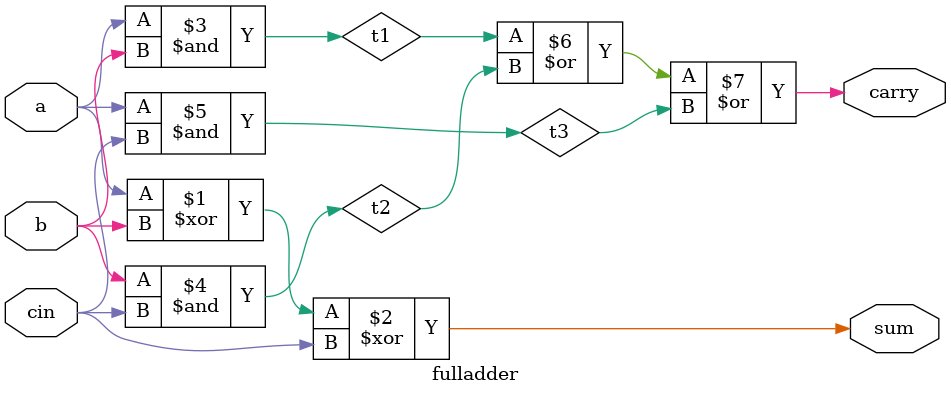
<source format=v>
module fulladder( a,b,cin, sum, carry );
    input a;
    input b;
    input cin;
    output sum;
    output carry;
    
    wire t1,t2,t3;
   xor (sum, a, b, cin);
   and  (t1, a, b);
   and  (t2, b, cin);
   and (t3, a, cin);
   or (carry, t1, t2, t3);
    
endmodule

</source>
